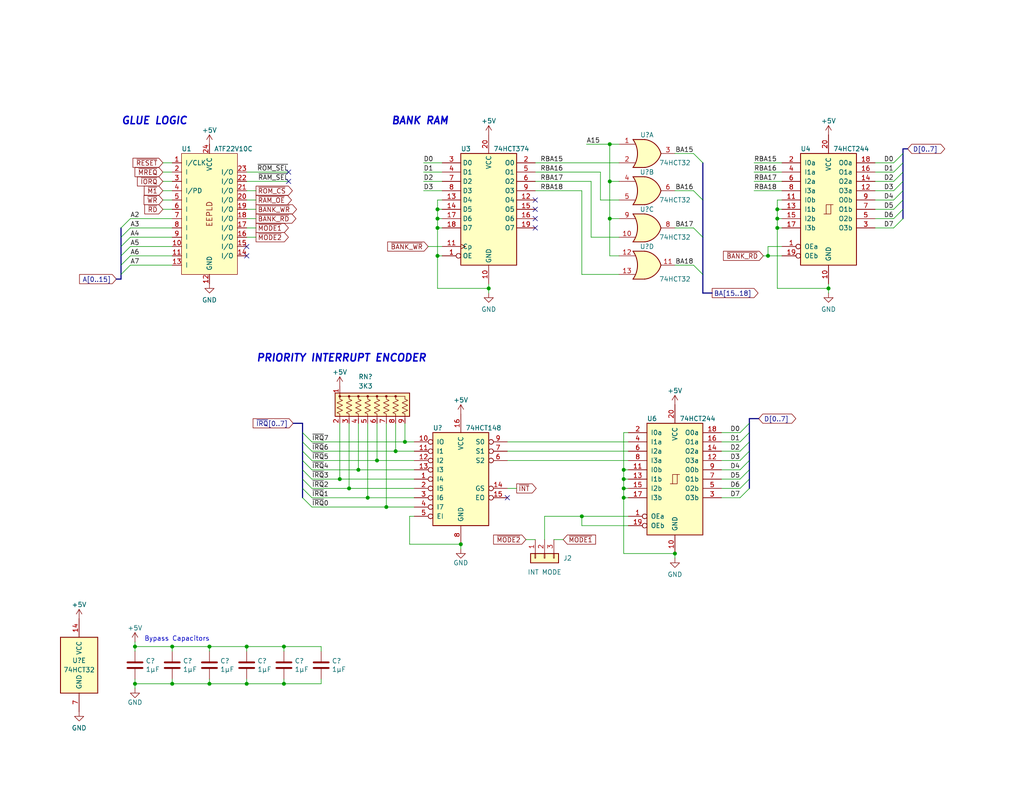
<source format=kicad_sch>
(kicad_sch (version 20230121) (generator eeschema)
  (paper "USLetter")
  (title_block (title "Glue Logic") (date "2023-09-08") (rev "2.12") (company "Frédéric Segard") (comment 1 "@microhobbyist") (comment 4 "Thank you to John Winans for his inspiration, as well as Grant Searle and Sergey Kiselev"))
  (lib_symbols
    (symbol "+5V_1" (power) (pin_names (offset 0))
      (property "Value" "+5V_1" (at 0 3.556 0))
      (symbol "+5V_1_0_1"
        (polyline (pts (xy -0.762 1.27) (xy 0 2.54)))
        (polyline (pts (xy 0 0) (xy 0 2.54)))
        (polyline (pts (xy 0 2.54) (xy 0.762 1.27)))
      )
      (symbol "+5V_1_1_1"
        (pin power_in line (at 0 0 90) (length 0) hide (name "+5V") (number "1"))
      )
    )
    (symbol "0_Library:ATF22V10C" (pin_names (offset 1.016))
      (property "Reference" "U" (at -7.62 0 0))
      (property "Value" "ATF22V10C" (at 1.27 0 0))
      (symbol "ATF22V10C_0_0"
        (text "EEPLD" (at 0 -17.78 900) (effects (font (size 1.4986 1.4986))))
      )
      (symbol "ATF22V10C_0_1"
        (rectangle (start -7.62 -1.27) (end 7.62 -34.29) (fill (type background)))
      )
      (symbol "ATF22V10C_1_1"
        (pin input line (at -10.16 -3.81 0) (length 2.54) (name "I/CLK") (number "1"))
        (pin input line (at -10.16 -26.67 0) (length 2.54) (name "I") (number "10"))
        (pin input line (at -10.16 -29.21 0) (length 2.54) (name "I") (number "11"))
        (pin power_in line (at 0 -36.83 90) (length 2.54) (name "GND") (number "12"))
        (pin input line (at -10.16 -31.75 0) (length 2.54) (name "I") (number "13"))
        (pin bidirectional line (at 10.16 -29.21 180) (length 2.54) (name "I/O") (number "14"))
        (pin bidirectional line (at 10.16 -26.67 180) (length 2.54) (name "I/O") (number "15"))
        (pin bidirectional line (at 10.16 -24.13 180) (length 2.54) (name "I/O") (number "16"))
        (pin bidirectional line (at 10.16 -21.59 180) (length 2.54) (name "I/O") (number "17"))
        (pin bidirectional line (at 10.16 -19.05 180) (length 2.54) (name "I/O") (number "18"))
        (pin bidirectional line (at 10.16 -16.51 180) (length 2.54) (name "I/O") (number "19"))
        (pin input line (at -10.16 -6.35 0) (length 2.54) (name "I") (number "2"))
        (pin bidirectional line (at 10.16 -13.97 180) (length 2.54) (name "I/O") (number "20"))
        (pin bidirectional line (at 10.16 -11.43 180) (length 2.54) (name "I/O") (number "21"))
        (pin bidirectional line (at 10.16 -8.89 180) (length 2.54) (name "I/O") (number "22"))
        (pin bidirectional line (at 10.16 -6.35 180) (length 2.54) (name "I/O") (number "23"))
        (pin power_in line (at 0 1.27 270) (length 2.54) (name "VCC") (number "24"))
        (pin input line (at -10.16 -8.89 0) (length 2.54) (name "I") (number "3"))
        (pin input line (at -10.16 -11.43 0) (length 2.54) (name "I/PD") (number "4"))
        (pin input line (at -10.16 -13.97 0) (length 2.54) (name "I") (number "5"))
        (pin input line (at -10.16 -16.51 0) (length 2.54) (name "I") (number "6"))
        (pin input line (at -10.16 -19.05 0) (length 2.54) (name "I") (number "7"))
        (pin input line (at -10.16 -21.59 0) (length 2.54) (name "I") (number "8"))
        (pin input line (at -10.16 -24.13 0) (length 2.54) (name "I") (number "9"))
      )
    )
    (symbol "74xx:74LS148" (pin_names (offset 1.016))
      (property "Reference" "U" (at -7.62 13.97 0))
      (property "Value" "74LS148" (at -7.62 -13.97 0))
      (symbol "74LS148_1_0"
        (pin input inverted (at -12.7 0 0) (length 5.08) (name "I4") (number "1"))
        (pin input inverted (at -12.7 10.16 0) (length 5.08) (name "IO") (number "10"))
        (pin input inverted (at -12.7 7.62 0) (length 5.08) (name "I1") (number "11"))
        (pin input inverted (at -12.7 5.08 0) (length 5.08) (name "I2") (number "12"))
        (pin input inverted (at -12.7 2.54 0) (length 5.08) (name "I3") (number "13"))
        (pin output inverted (at 12.7 -2.54 180) (length 5.08) (name "GS") (number "14"))
        (pin output inverted (at 12.7 -5.08 180) (length 5.08) (name "EO") (number "15"))
        (pin power_in line (at 0 17.78 270) (length 5.08) (name "VCC") (number "16"))
        (pin input inverted (at -12.7 -2.54 0) (length 5.08) (name "I5") (number "2"))
        (pin input inverted (at -12.7 -5.08 0) (length 5.08) (name "I6") (number "3"))
        (pin input inverted (at -12.7 -7.62 0) (length 5.08) (name "I7") (number "4"))
        (pin input inverted (at -12.7 -10.16 0) (length 5.08) (name "EI") (number "5"))
        (pin output inverted (at 12.7 5.08 180) (length 5.08) (name "S2") (number "6"))
        (pin output inverted (at 12.7 7.62 180) (length 5.08) (name "S1") (number "7"))
        (pin power_in line (at 0 -17.78 90) (length 5.08) (name "GND") (number "8"))
        (pin output inverted (at 12.7 10.16 180) (length 5.08) (name "S0") (number "9"))
      )
      (symbol "74LS148_1_1"
        (rectangle (start -7.62 12.7) (end 7.62 -12.7) (stroke (width 0.254)) (fill (type background)))
      )
    )
    (symbol "74xx:74LS244" (pin_names (offset 1.016))
      (property "Reference" "U" (at -7.62 16.51 0))
      (property "Value" "74LS244" (at -7.62 -16.51 0))
      (symbol "74LS244_1_0"
        (polyline (pts (xy -0.635 -1.27) (xy -0.635 1.27) (xy 0.635 1.27)))
        (polyline (pts (xy -1.27 -1.27) (xy 0.635 -1.27) (xy 0.635 1.27) (xy 1.27 1.27)))
        (pin input inverted (at -12.7 -10.16 0) (length 5.08) (name "OEa") (number "1"))
        (pin power_in line (at 0 -20.32 90) (length 5.08) (name "GND") (number "10"))
        (pin input line (at -12.7 2.54 0) (length 5.08) (name "I0b") (number "11"))
        (pin tri_state line (at 12.7 5.08 180) (length 5.08) (name "O3a") (number "12"))
        (pin input line (at -12.7 0 0) (length 5.08) (name "I1b") (number "13"))
        (pin tri_state line (at 12.7 7.62 180) (length 5.08) (name "O2a") (number "14"))
        (pin input line (at -12.7 -2.54 0) (length 5.08) (name "I2b") (number "15"))
        (pin tri_state line (at 12.7 10.16 180) (length 5.08) (name "O1a") (number "16"))
        (pin input line (at -12.7 -5.08 0) (length 5.08) (name "I3b") (number "17"))
        (pin tri_state line (at 12.7 12.7 180) (length 5.08) (name "O0a") (number "18"))
        (pin input inverted (at -12.7 -12.7 0) (length 5.08) (name "OEb") (number "19"))
        (pin input line (at -12.7 12.7 0) (length 5.08) (name "I0a") (number "2"))
        (pin power_in line (at 0 20.32 270) (length 5.08) (name "VCC") (number "20"))
        (pin tri_state line (at 12.7 -5.08 180) (length 5.08) (name "O3b") (number "3"))
        (pin input line (at -12.7 10.16 0) (length 5.08) (name "I1a") (number "4"))
        (pin tri_state line (at 12.7 -2.54 180) (length 5.08) (name "O2b") (number "5"))
        (pin input line (at -12.7 7.62 0) (length 5.08) (name "I2a") (number "6"))
        (pin tri_state line (at 12.7 0 180) (length 5.08) (name "O1b") (number "7"))
        (pin input line (at -12.7 5.08 0) (length 5.08) (name "I3a") (number "8"))
        (pin tri_state line (at 12.7 2.54 180) (length 5.08) (name "O0b") (number "9"))
      )
      (symbol "74LS244_1_1"
        (rectangle (start -7.62 15.24) (end 7.62 -15.24) (stroke (width 0.254)) (fill (type background)))
      )
    )
    (symbol "74xx:74LS32" (pin_names (offset 1.016))
      (property "Reference" "U" (at 0 1.27 0))
      (property "Value" "74LS32" (at 0 -1.27 0))
      (symbol "74LS32_1_1"
        (arc (start -3.81 -3.81) (mid -2.589 0) (end -3.81 3.81) (stroke (width 0.254)))
        (arc (start -0.6096 -3.81) (mid 2.1842 -2.5851) (end 3.81 0) (stroke (width 0.254)) (fill (type background)))
        (polyline (pts (xy -3.81 -3.81) (xy -0.635 -3.81)) (stroke (width 0.254)) (fill (type background)))
        (polyline (pts (xy -3.81 3.81) (xy -0.635 3.81)) (stroke (width 0.254)) (fill (type background)))
        (polyline (pts (xy -0.635 3.81) (xy -3.81 3.81) (xy -3.81 3.81) (xy -3.556 3.4036) (xy -3.0226 2.2606) (xy -2.6924 1.0414) (xy -2.6162 -0.254) (xy -2.7686 -1.4986) (xy -3.175 -2.7178) (xy -3.81 -3.81) (xy -3.81 -3.81) (xy -0.635 -3.81)) (stroke (width -25.4)) (fill (type background)))
        (arc (start 3.81 0) (mid 2.1915 2.5936) (end -0.6096 3.81) (stroke (width 0.254)) (fill (type background)))
        (pin input line (at -7.62 2.54 0) (length 4.318) (name "~") (number "1"))
        (pin input line (at -7.62 -2.54 0) (length 4.318) (name "~") (number "2"))
        (pin output line (at 7.62 0 180) (length 3.81) (name "~") (number "3"))
      )
      (symbol "74LS32_1_2"
        (arc (start 0 -3.81) (mid 3.7934 0) (end 0 3.81) (stroke (width 0.254)) (fill (type background)))
        (polyline (pts (xy 0 3.81) (xy -3.81 3.81) (xy -3.81 -3.81) (xy 0 -3.81)) (stroke (width 0.254)) (fill (type background)))
        (pin input inverted (at -7.62 2.54 0) (length 3.81) (name "~") (number "1"))
        (pin input inverted (at -7.62 -2.54 0) (length 3.81) (name "~") (number "2"))
        (pin output inverted (at 7.62 0 180) (length 3.81) (name "~") (number "3"))
      )
      (symbol "74LS32_2_1"
        (arc (start -3.81 -3.81) (mid -2.589 0) (end -3.81 3.81) (stroke (width 0.254)))
        (arc (start -0.6096 -3.81) (mid 2.1842 -2.5851) (end 3.81 0) (stroke (width 0.254)) (fill (type background)))
        (polyline (pts (xy -3.81 -3.81) (xy -0.635 -3.81)) (stroke (width 0.254)) (fill (type background)))
        (polyline (pts (xy -3.81 3.81) (xy -0.635 3.81)) (stroke (width 0.254)) (fill (type background)))
        (polyline (pts (xy -0.635 3.81) (xy -3.81 3.81) (xy -3.81 3.81) (xy -3.556 3.4036) (xy -3.0226 2.2606) (xy -2.6924 1.0414) (xy -2.6162 -0.254) (xy -2.7686 -1.4986) (xy -3.175 -2.7178) (xy -3.81 -3.81) (xy -3.81 -3.81) (xy -0.635 -3.81)) (stroke (width -25.4)) (fill (type background)))
        (arc (start 3.81 0) (mid 2.1915 2.5936) (end -0.6096 3.81) (stroke (width 0.254)) (fill (type background)))
        (pin input line (at -7.62 2.54 0) (length 4.318) (name "~") (number "4"))
        (pin input line (at -7.62 -2.54 0) (length 4.318) (name "~") (number "5"))
        (pin output line (at 7.62 0 180) (length 3.81) (name "~") (number "6"))
      )
      (symbol "74LS32_2_2"
        (arc (start 0 -3.81) (mid 3.7934 0) (end 0 3.81) (stroke (width 0.254)) (fill (type background)))
        (polyline (pts (xy 0 3.81) (xy -3.81 3.81) (xy -3.81 -3.81) (xy 0 -3.81)) (stroke (width 0.254)) (fill (type background)))
        (pin input inverted (at -7.62 2.54 0) (length 3.81) (name "~") (number "4"))
        (pin input inverted (at -7.62 -2.54 0) (length 3.81) (name "~") (number "5"))
        (pin output inverted (at 7.62 0 180) (length 3.81) (name "~") (number "6"))
      )
      (symbol "74LS32_3_1"
        (arc (start -3.81 -3.81) (mid -2.589 0) (end -3.81 3.81) (stroke (width 0.254)))
        (arc (start -0.6096 -3.81) (mid 2.1842 -2.5851) (end 3.81 0) (stroke (width 0.254)) (fill (type background)))
        (polyline (pts (xy -3.81 -3.81) (xy -0.635 -3.81)) (stroke (width 0.254)) (fill (type background)))
        (polyline (pts (xy -3.81 3.81) (xy -0.635 3.81)) (stroke (width 0.254)) (fill (type background)))
        (polyline (pts (xy -0.635 3.81) (xy -3.81 3.81) (xy -3.81 3.81) (xy -3.556 3.4036) (xy -3.0226 2.2606) (xy -2.6924 1.0414) (xy -2.6162 -0.254) (xy -2.7686 -1.4986) (xy -3.175 -2.7178) (xy -3.81 -3.81) (xy -3.81 -3.81) (xy -0.635 -3.81)) (stroke (width -25.4)) (fill (type background)))
        (arc (start 3.81 0) (mid 2.1915 2.5936) (end -0.6096 3.81) (stroke (width 0.254)) (fill (type background)))
        (pin input line (at -7.62 -2.54 0) (length 4.318) (name "~") (number "10"))
        (pin output line (at 7.62 0 180) (length 3.81) (name "~") (number "8"))
        (pin input line (at -7.62 2.54 0) (length 4.318) (name "~") (number "9"))
      )
      (symbol "74LS32_3_2"
        (arc (start 0 -3.81) (mid 3.7934 0) (end 0 3.81) (stroke (width 0.254)) (fill (type background)))
        (polyline (pts (xy 0 3.81) (xy -3.81 3.81) (xy -3.81 -3.81) (xy 0 -3.81)) (stroke (width 0.254)) (fill (type background)))
        (pin input inverted (at -7.62 -2.54 0) (length 3.81) (name "~") (number "10"))
        (pin output inverted (at 7.62 0 180) (length 3.81) (name "~") (number "8"))
        (pin input inverted (at -7.62 2.54 0) (length 3.81) (name "~") (number "9"))
      )
      (symbol "74LS32_4_1"
        (arc (start -3.81 -3.81) (mid -2.589 0) (end -3.81 3.81) (stroke (width 0.254)))
        (arc (start -0.6096 -3.81) (mid 2.1842 -2.5851) (end 3.81 0) (stroke (width 0.254)) (fill (type background)))
        (polyline (pts (xy -3.81 -3.81) (xy -0.635 -3.81)) (stroke (width 0.254)) (fill (type background)))
        (polyline (pts (xy -3.81 3.81) (xy -0.635 3.81)) (stroke (width 0.254)) (fill (type background)))
        (polyline (pts (xy -0.635 3.81) (xy -3.81 3.81) (xy -3.81 3.81) (xy -3.556 3.4036) (xy -3.0226 2.2606) (xy -2.6924 1.0414) (xy -2.6162 -0.254) (xy -2.7686 -1.4986) (xy -3.175 -2.7178) (xy -3.81 -3.81) (xy -3.81 -3.81) (xy -0.635 -3.81)) (stroke (width -25.4)) (fill (type background)))
        (arc (start 3.81 0) (mid 2.1915 2.5936) (end -0.6096 3.81) (stroke (width 0.254)) (fill (type background)))
        (pin output line (at 7.62 0 180) (length 3.81) (name "~") (number "11"))
        (pin input line (at -7.62 2.54 0) (length 4.318) (name "~") (number "12"))
        (pin input line (at -7.62 -2.54 0) (length 4.318) (name "~") (number "13"))
      )
      (symbol "74LS32_4_2"
        (arc (start 0 -3.81) (mid 3.7934 0) (end 0 3.81) (stroke (width 0.254)) (fill (type background)))
        (polyline (pts (xy 0 3.81) (xy -3.81 3.81) (xy -3.81 -3.81) (xy 0 -3.81)) (stroke (width 0.254)) (fill (type background)))
        (pin output inverted (at 7.62 0 180) (length 3.81) (name "~") (number "11"))
        (pin input inverted (at -7.62 2.54 0) (length 3.81) (name "~") (number "12"))
        (pin input inverted (at -7.62 -2.54 0) (length 3.81) (name "~") (number "13"))
      )
      (symbol "74LS32_5_0"
        (pin power_in line (at 0 12.7 270) (length 5.08) (name "VCC") (number "14"))
        (pin power_in line (at 0 -12.7 90) (length 5.08) (name "GND") (number "7"))
      )
      (symbol "74LS32_5_1"
        (rectangle (start -5.08 7.62) (end 5.08 -7.62) (stroke (width 0.254)) (fill (type background)))
      )
    )
    (symbol "74xx:74LS374"
      (property "Reference" "U" (at -7.62 16.51 0))
      (property "Value" "74LS374" (at -7.62 -16.51 0))
      (symbol "74LS374_1_0"
        (pin input inverted (at -12.7 -12.7 0) (length 5.08) (name "OE") (number "1"))
        (pin power_in line (at 0 -20.32 90) (length 5.08) (name "GND") (number "10"))
        (pin input clock (at -12.7 -10.16 0) (length 5.08) (name "Cp") (number "11"))
        (pin tri_state line (at 12.7 2.54 180) (length 5.08) (name "O4") (number "12"))
        (pin input line (at -12.7 2.54 0) (length 5.08) (name "D4") (number "13"))
        (pin input line (at -12.7 0 0) (length 5.08) (name "D5") (number "14"))
        (pin tri_state line (at 12.7 0 180) (length 5.08) (name "O5") (number "15"))
        (pin tri_state line (at 12.7 -2.54 180) (length 5.08) (name "O6") (number "16"))
        (pin input line (at -12.7 -2.54 0) (length 5.08) (name "D6") (number "17"))
        (pin input line (at -12.7 -5.08 0) (length 5.08) (name "D7") (number "18"))
        (pin tri_state line (at 12.7 -5.08 180) (length 5.08) (name "O7") (number "19"))
        (pin tri_state line (at 12.7 12.7 180) (length 5.08) (name "O0") (number "2"))
        (pin power_in line (at 0 20.32 270) (length 5.08) (name "VCC") (number "20"))
        (pin input line (at -12.7 12.7 0) (length 5.08) (name "D0") (number "3"))
        (pin input line (at -12.7 10.16 0) (length 5.08) (name "D1") (number "4"))
        (pin tri_state line (at 12.7 10.16 180) (length 5.08) (name "O1") (number "5"))
        (pin tri_state line (at 12.7 7.62 180) (length 5.08) (name "O2") (number "6"))
        (pin input line (at -12.7 7.62 0) (length 5.08) (name "D2") (number "7"))
        (pin input line (at -12.7 5.08 0) (length 5.08) (name "D3") (number "8"))
        (pin tri_state line (at 12.7 5.08 180) (length 5.08) (name "O3") (number "9"))
      )
      (symbol "74LS374_1_1"
        (rectangle (start -7.62 15.24) (end 7.62 -15.24) (stroke (width 0.254)) (fill (type background)))
      )
    )
    (symbol "Connector_Generic:Conn_01x03" (pin_names (offset 1.016) hide)
      (property "Reference" "J" (at 0 5.08 0))
      (property "Value" "Conn_01x03" (at 0 -5.08 0))
      (symbol "Conn_01x03_1_1"
        (rectangle (start -1.27 -2.413) (end 0 -2.667) (stroke (width 0.1524)))
        (rectangle (start -1.27 0.127) (end 0 -0.127) (stroke (width 0.1524)))
        (rectangle (start -1.27 2.667) (end 0 2.413) (stroke (width 0.1524)))
        (rectangle (start -1.27 3.81) (end 1.27 -3.81) (stroke (width 0.254)) (fill (type background)))
        (pin passive line (at -5.08 2.54 0) (length 3.81) (name "Pin_1") (number "1"))
        (pin passive line (at -5.08 0 0) (length 3.81) (name "Pin_2") (number "2"))
        (pin passive line (at -5.08 -2.54 0) (length 3.81) (name "Pin_3") (number "3"))
      )
    )
    (symbol "Device:C" (pin_numbers hide) (pin_names (offset 0.254))
      (property "Reference" "C" (at 0.635 2.54 0))
      (property "Value" "C" (at 0.635 -2.54 0))
      (symbol "C_0_1"
        (polyline (pts (xy -2.032 -0.762) (xy 2.032 -0.762)) (stroke (width 0.508)))
        (polyline (pts (xy -2.032 0.762) (xy 2.032 0.762)) (stroke (width 0.508)))
      )
      (symbol "C_1_1"
        (pin passive line (at 0 3.81 270) (length 2.794) (name "~") (number "1"))
        (pin passive line (at 0 -3.81 90) (length 2.794) (name "~") (number "2"))
      )
    )
    (symbol "Device:R_Network08_US" (pin_names (offset 0) hide)
      (property "Reference" "RN" (at -12.7 0 90))
      (property "Value" "R_Network08_US" (at 10.16 0 90))
      (symbol "R_Network08_US_0_1"
        (rectangle (start -11.43 -3.175) (end 8.89 3.175) (stroke (width 0.254)) (fill (type background)))
        (circle (center -10.16 2.286) (radius 0.254) (fill (type outline)))
        (circle (center -7.62 2.286) (radius 0.254) (fill (type outline)))
        (circle (center -5.08 2.286) (radius 0.254) (fill (type outline)))
        (circle (center -2.54 2.286) (radius 0.254) (fill (type outline)))
        (polyline (pts (xy -10.16 2.286) (xy 7.62 2.286)))
        (polyline (pts (xy -10.16 2.286) (xy -10.16 1.524) (xy -9.398 1.1684) (xy -10.922 0.508) (xy -9.398 -0.1524) (xy -10.922 -0.8382) (xy -9.398 -1.524) (xy -10.922 -2.1844) (xy -10.16 -2.54) (xy -10.16 -3.81)))
        (polyline (pts (xy -7.62 2.286) (xy -7.62 1.524) (xy -6.858 1.1684) (xy -8.382 0.508) (xy -6.858 -0.1524) (xy -8.382 -0.8382) (xy -6.858 -1.524) (xy -8.382 -2.1844) (xy -7.62 -2.54) (xy -7.62 -3.81)))
        (polyline (pts (xy -5.08 2.286) (xy -5.08 1.524) (xy -4.318 1.1684) (xy -5.842 0.508) (xy -4.318 -0.1524) (xy -5.842 -0.8382) (xy -4.318 -1.524) (xy -5.842 -2.1844) (xy -5.08 -2.54) (xy -5.08 -3.81)))
        (polyline (pts (xy -2.54 2.286) (xy -2.54 1.524) (xy -1.778 1.1684) (xy -3.302 0.508) (xy -1.778 -0.1524) (xy -3.302 -0.8382) (xy -1.778 -1.524) (xy -3.302 -2.1844) (xy -2.54 -2.54) (xy -2.54 -3.81)))
        (polyline (pts (xy 0 2.286) (xy 0 1.524) (xy 0.762 1.1684) (xy -0.762 0.508) (xy 0.762 -0.1524) (xy -0.762 -0.8382) (xy 0.762 -1.524) (xy -0.762 -2.1844) (xy 0 -2.54) (xy 0 -3.81)))
        (polyline (pts (xy 2.54 2.286) (xy 2.54 1.524) (xy 3.302 1.1684) (xy 1.778 0.508) (xy 3.302 -0.1524) (xy 1.778 -0.8382) (xy 3.302 -1.524) (xy 1.778 -2.1844) (xy 2.54 -2.54) (xy 2.54 -3.81)))
        (polyline (pts (xy 5.08 2.286) (xy 5.08 1.524) (xy 5.842 1.1684) (xy 4.318 0.508) (xy 5.842 -0.1524) (xy 4.318 -0.8382) (xy 5.842 -1.524) (xy 4.318 -2.1844) (xy 5.08 -2.54) (xy 5.08 -3.81)))
        (polyline (pts (xy 7.62 2.286) (xy 7.62 1.524) (xy 8.382 1.1684) (xy 6.858 0.508) (xy 8.382 -0.1524) (xy 6.858 -0.8382) (xy 8.382 -1.524) (xy 6.858 -2.1844) (xy 7.62 -2.54) (xy 7.62 -3.81)))
        (circle (center 0 2.286) (radius 0.254) (fill (type outline)))
        (circle (center 2.54 2.286) (radius 0.254) (fill (type outline)))
        (circle (center 5.08 2.286) (radius 0.254) (fill (type outline)))
      )
      (symbol "R_Network08_US_1_1"
        (pin passive line (at -10.16 5.08 270) (length 2.54) (name "common") (number "1"))
        (pin passive line (at -10.16 -5.08 90) (length 1.27) (name "R1") (number "2"))
        (pin passive line (at -7.62 -5.08 90) (length 1.27) (name "R2") (number "3"))
        (pin passive line (at -5.08 -5.08 90) (length 1.27) (name "R3") (number "4"))
        (pin passive line (at -2.54 -5.08 90) (length 1.27) (name "R4") (number "5"))
        (pin passive line (at 0 -5.08 90) (length 1.27) (name "R5") (number "6"))
        (pin passive line (at 2.54 -5.08 90) (length 1.27) (name "R6") (number "7"))
        (pin passive line (at 5.08 -5.08 90) (length 1.27) (name "R7") (number "8"))
        (pin passive line (at 7.62 -5.08 90) (length 1.27) (name "R8") (number "9"))
      )
    )
    (symbol "GND_1" (power) (pin_names (offset 0))
      (property "Value" "GND_1" (at 0 -3.81 0))
      (symbol "GND_1_0_1"
        (polyline (pts (xy 0 0) (xy 0 -1.27) (xy 1.27 -1.27) (xy 0 -2.54) (xy -1.27 -1.27) (xy 0 -1.27)))
      )
      (symbol "GND_1_1_1"
        (pin power_in line (at 0 0 270) (length 0) hide (name "GND") (number "1"))
      )
    )
    (symbol "power:GND" (power) (pin_names (offset 0))
      (property "Value" "GND" (at 0 -3.81 0))
      (symbol "GND_0_1"
        (polyline (pts (xy 0 0) (xy 0 -1.27) (xy 1.27 -1.27) (xy 0 -2.54) (xy -1.27 -1.27) (xy 0 -1.27)))
      )
      (symbol "GND_1_1"
        (pin power_in line (at 0 0 270) (length 0) hide (name "GND") (number "1"))
      )
    )
  )
  (junction (at 212.09 57.15))
  (junction (at 100.33 135.89))
  (junction (at 77.47 186.69))
  (junction (at 57.15 176.53))
  (junction (at 212.09 59.69))
  (junction (at 46.99 186.69))
  (junction (at 170.18 130.81))
  (junction (at 57.15 186.69))
  (junction (at 95.25 133.35))
  (junction (at 133.35 78.74))
  (junction (at 67.31 186.69))
  (junction (at 166.37 39.37))
  (junction (at 119.38 69.85))
  (junction (at 119.38 62.23))
  (junction (at 105.41 138.43))
  (junction (at 46.99 176.53))
  (junction (at 158.75 140.97))
  (junction (at 67.31 176.53))
  (junction (at 166.37 49.53))
  (junction (at 36.83 186.69))
  (junction (at 110.49 120.65))
  (junction (at 184.15 151.13))
  (junction (at 170.18 135.89))
  (junction (at 119.38 57.15))
  (junction (at 92.71 130.81))
  (junction (at 125.73 148.59))
  (junction (at 212.09 62.23))
  (junction (at 102.87 125.73))
  (junction (at 170.18 128.27))
  (junction (at 97.79 128.27))
  (junction (at 209.55 69.85))
  (junction (at 166.37 59.69))
  (junction (at 226.06 78.74))
  (junction (at 119.38 59.69))
  (junction (at 77.47 176.53))
  (junction (at 36.83 176.53))
  (junction (at 170.18 133.35))
  (junction (at 107.95 123.19))
  (no_connect (at 146.05 54.61))
  (no_connect (at 146.05 62.23))
  (no_connect (at 78.74 49.53))
  (no_connect (at 67.31 69.85))
  (no_connect (at 78.74 46.99))
  (no_connect (at 146.05 59.69))
  (no_connect (at 67.31 67.31))
  (no_connect (at 146.05 57.15))
  (no_connect (at 138.43 135.89))
  (bus_entry (at 82.55 125.73) (size 2.54 2.54))
  (bus_entry (at 243.84 54.61) (size 2.54 -2.54))
  (bus_entry (at 189.23 62.23) (size 2.54 2.54))
  (bus_entry (at 243.84 62.23) (size 2.54 -2.54))
  (bus_entry (at 33.02 64.77) (size 2.54 -2.54))
  (bus_entry (at 201.93 130.81) (size 2.54 -2.54))
  (bus_entry (at 82.55 133.35) (size 2.54 2.54))
  (bus_entry (at 201.93 133.35) (size 2.54 -2.54))
  (bus_entry (at 243.84 44.45) (size 2.54 -2.54))
  (bus_entry (at 82.55 130.81) (size 2.54 2.54))
  (bus_entry (at 189.23 41.91) (size 2.54 2.54))
  (bus_entry (at 33.02 74.93) (size 2.54 -2.54))
  (bus_entry (at 189.23 72.39) (size 2.54 2.54))
  (bus_entry (at 82.55 120.65) (size 2.54 2.54))
  (bus_entry (at 243.84 46.99) (size 2.54 -2.54))
  (bus_entry (at 82.55 135.89) (size 2.54 2.54))
  (bus_entry (at 82.55 123.19) (size 2.54 2.54))
  (bus_entry (at 201.93 120.65) (size 2.54 -2.54))
  (bus_entry (at 189.23 52.07) (size 2.54 2.54))
  (bus_entry (at 201.93 135.89) (size 2.54 -2.54))
  (bus_entry (at 201.93 125.73) (size 2.54 -2.54))
  (bus_entry (at 243.84 52.07) (size 2.54 -2.54))
  (bus_entry (at 243.84 49.53) (size 2.54 -2.54))
  (bus_entry (at 33.02 69.85) (size 2.54 -2.54))
  (bus_entry (at 82.55 128.27) (size 2.54 2.54))
  (bus_entry (at 33.02 72.39) (size 2.54 -2.54))
  (bus_entry (at 33.02 62.23) (size 2.54 -2.54))
  (bus_entry (at 243.84 57.15) (size 2.54 -2.54))
  (bus_entry (at 201.93 118.11) (size 2.54 -2.54))
  (bus_entry (at 243.84 59.69) (size 2.54 -2.54))
  (bus_entry (at 201.93 123.19) (size 2.54 -2.54))
  (bus_entry (at 82.55 118.11) (size 2.54 2.54))
  (bus_entry (at 201.93 128.27) (size 2.54 -2.54))
  (bus_entry (at 33.02 67.31) (size 2.54 -2.54))
  (wire (pts (xy 161.29 49.53) (xy 161.29 64.77)))
  (wire (pts (xy 57.15 176.53) (xy 46.99 176.53)))
  (wire (pts (xy 209.55 67.31) (xy 213.36 67.31)))
  (wire (pts (xy 119.38 54.61) (xy 120.65 54.61)))
  (wire (pts (xy 146.05 44.45) (xy 168.91 44.45)))
  (wire (pts (xy 170.18 135.89) (xy 171.45 135.89)))
  (bus (pts (xy 82.55 118.11) (xy 82.55 115.57)))
  (wire (pts (xy 111.76 140.97) (xy 111.76 148.59)))
  (bus (pts (xy 246.38 52.07) (xy 246.38 49.53)))
  (bus (pts (xy 33.02 74.93) (xy 33.02 76.2)))
  (wire (pts (xy 67.31 186.69) (xy 77.47 186.69)))
  (wire (pts (xy 35.56 69.85) (xy 46.99 69.85)))
  (bus (pts (xy 246.38 41.91) (xy 246.38 40.64)))
  (wire (pts (xy 171.45 118.11) (xy 170.18 118.11)))
  (wire (pts (xy 67.31 185.42) (xy 67.31 186.69)))
  (wire (pts (xy 212.09 59.69) (xy 213.36 59.69)))
  (wire (pts (xy 158.75 143.51) (xy 171.45 143.51)))
  (wire (pts (xy 243.84 46.99) (xy 238.76 46.99)))
  (wire (pts (xy 125.73 149.86) (xy 125.73 148.59)))
  (wire (pts (xy 107.95 115.57) (xy 107.95 123.19)))
  (wire (pts (xy 133.35 78.74) (xy 133.35 77.47)))
  (bus (pts (xy 191.77 74.93) (xy 191.77 80.01)))
  (wire (pts (xy 166.37 69.85) (xy 168.91 69.85)))
  (wire (pts (xy 102.87 125.73) (xy 113.03 125.73)))
  (bus (pts (xy 191.77 80.01) (xy 194.31 80.01)))
  (wire (pts (xy 196.85 135.89) (xy 201.93 135.89)))
  (wire (pts (xy 196.85 130.81) (xy 201.93 130.81)))
  (wire (pts (xy 171.45 140.97) (xy 158.75 140.97)))
  (bus (pts (xy 82.55 135.89) (xy 82.55 133.35)))
  (wire (pts (xy 119.38 62.23) (xy 119.38 59.69)))
  (wire (pts (xy 46.99 186.69) (xy 57.15 186.69)))
  (wire (pts (xy 44.45 52.07) (xy 46.99 52.07)))
  (bus (pts (xy 204.47 123.19) (xy 204.47 120.65)))
  (bus (pts (xy 33.02 64.77) (xy 33.02 67.31)))
  (wire (pts (xy 184.15 41.91) (xy 189.23 41.91)))
  (wire (pts (xy 212.09 62.23) (xy 213.36 62.23)))
  (wire (pts (xy 133.35 80.01) (xy 133.35 78.74)))
  (bus (pts (xy 246.38 44.45) (xy 246.38 41.91)))
  (wire (pts (xy 138.43 120.65) (xy 171.45 120.65)))
  (wire (pts (xy 209.55 69.85) (xy 209.55 67.31)))
  (wire (pts (xy 85.09 128.27) (xy 97.79 128.27)))
  (wire (pts (xy 170.18 135.89) (xy 170.18 151.13)))
  (bus (pts (xy 33.02 67.31) (xy 33.02 69.85)))
  (wire (pts (xy 196.85 133.35) (xy 201.93 133.35)))
  (wire (pts (xy 100.33 115.57) (xy 100.33 135.89)))
  (wire (pts (xy 107.95 123.19) (xy 113.03 123.19)))
  (wire (pts (xy 184.15 72.39) (xy 189.23 72.39)))
  (wire (pts (xy 226.06 78.74) (xy 226.06 80.01)))
  (wire (pts (xy 119.38 62.23) (xy 120.65 62.23)))
  (bus (pts (xy 204.47 128.27) (xy 204.47 125.73)))
  (wire (pts (xy 36.83 186.69) (xy 46.99 186.69)))
  (wire (pts (xy 115.57 46.99) (xy 120.65 46.99)))
  (wire (pts (xy 170.18 128.27) (xy 170.18 130.81)))
  (wire (pts (xy 85.09 138.43) (xy 105.41 138.43)))
  (wire (pts (xy 243.84 62.23) (xy 238.76 62.23)))
  (wire (pts (xy 115.57 52.07) (xy 120.65 52.07)))
  (wire (pts (xy 44.45 46.99) (xy 46.99 46.99)))
  (wire (pts (xy 238.76 54.61) (xy 243.84 54.61)))
  (wire (pts (xy 69.85 54.61) (xy 67.31 54.61)))
  (wire (pts (xy 138.43 133.35) (xy 140.97 133.35)))
  (bus (pts (xy 33.02 72.39) (xy 33.02 74.93)))
  (bus (pts (xy 246.38 46.99) (xy 246.38 44.45)))
  (wire (pts (xy 116.84 67.31) (xy 120.65 67.31)))
  (wire (pts (xy 92.71 130.81) (xy 113.03 130.81)))
  (bus (pts (xy 191.77 74.93) (xy 191.77 64.77)))
  (wire (pts (xy 196.85 118.11) (xy 201.93 118.11)))
  (wire (pts (xy 69.85 57.15) (xy 67.31 57.15)))
  (wire (pts (xy 36.83 175.26) (xy 36.83 176.53)))
  (wire (pts (xy 205.74 44.45) (xy 213.36 44.45)))
  (bus (pts (xy 82.55 120.65) (xy 82.55 118.11)))
  (bus (pts (xy 82.55 128.27) (xy 82.55 125.73)))
  (bus (pts (xy 246.38 57.15) (xy 246.38 54.61)))
  (wire (pts (xy 212.09 78.74) (xy 212.09 62.23)))
  (wire (pts (xy 168.91 74.93) (xy 158.75 74.93)))
  (wire (pts (xy 44.45 54.61) (xy 46.99 54.61)))
  (bus (pts (xy 204.47 125.73) (xy 204.47 123.19)))
  (wire (pts (xy 196.85 128.27) (xy 201.93 128.27)))
  (bus (pts (xy 246.38 59.69) (xy 246.38 57.15)))
  (wire (pts (xy 92.71 115.57) (xy 92.71 130.81)))
  (wire (pts (xy 36.83 185.42) (xy 36.83 186.69)))
  (wire (pts (xy 170.18 151.13) (xy 184.15 151.13)))
  (wire (pts (xy 166.37 59.69) (xy 168.91 59.69)))
  (wire (pts (xy 46.99 176.53) (xy 36.83 176.53)))
  (wire (pts (xy 163.83 54.61) (xy 168.91 54.61)))
  (wire (pts (xy 85.09 120.65) (xy 110.49 120.65)))
  (wire (pts (xy 166.37 39.37) (xy 166.37 49.53)))
  (wire (pts (xy 160.02 39.37) (xy 166.37 39.37)))
  (wire (pts (xy 243.84 44.45) (xy 238.76 44.45)))
  (wire (pts (xy 166.37 49.53) (xy 168.91 49.53)))
  (wire (pts (xy 110.49 120.65) (xy 113.03 120.65)))
  (wire (pts (xy 170.18 130.81) (xy 170.18 133.35)))
  (bus (pts (xy 82.55 130.81) (xy 82.55 128.27)))
  (bus (pts (xy 204.47 115.57) (xy 204.47 114.3)))
  (wire (pts (xy 158.75 52.07) (xy 146.05 52.07)))
  (wire (pts (xy 46.99 177.8) (xy 46.99 176.53)))
  (wire (pts (xy 67.31 177.8) (xy 67.31 176.53)))
  (bus (pts (xy 204.47 120.65) (xy 204.47 118.11)))
  (wire (pts (xy 146.05 46.99) (xy 163.83 46.99)))
  (wire (pts (xy 35.56 72.39) (xy 46.99 72.39)))
  (wire (pts (xy 85.09 135.89) (xy 100.33 135.89)))
  (wire (pts (xy 146.05 147.32) (xy 143.51 147.32)))
  (wire (pts (xy 138.43 125.73) (xy 171.45 125.73)))
  (wire (pts (xy 102.87 115.57) (xy 102.87 125.73)))
  (wire (pts (xy 184.15 62.23) (xy 189.23 62.23)))
  (wire (pts (xy 77.47 185.42) (xy 77.47 186.69)))
  (bus (pts (xy 204.47 114.3) (xy 207.01 114.3)))
  (wire (pts (xy 205.74 46.99) (xy 213.36 46.99)))
  (wire (pts (xy 163.83 46.99) (xy 163.83 54.61)))
  (wire (pts (xy 85.09 130.81) (xy 92.71 130.81)))
  (wire (pts (xy 44.45 57.15) (xy 46.99 57.15)))
  (bus (pts (xy 246.38 49.53) (xy 246.38 46.99)))
  (wire (pts (xy 119.38 59.69) (xy 120.65 59.69)))
  (wire (pts (xy 77.47 186.69) (xy 87.63 186.69)))
  (wire (pts (xy 36.83 176.53) (xy 36.83 177.8)))
  (wire (pts (xy 212.09 59.69) (xy 212.09 62.23)))
  (wire (pts (xy 212.09 54.61) (xy 212.09 57.15)))
  (wire (pts (xy 67.31 46.99) (xy 78.74 46.99)))
  (bus (pts (xy 82.55 125.73) (xy 82.55 123.19)))
  (wire (pts (xy 87.63 185.42) (xy 87.63 186.69)))
  (wire (pts (xy 133.35 78.74) (xy 119.38 78.74)))
  (wire (pts (xy 115.57 49.53) (xy 120.65 49.53)))
  (bus (pts (xy 82.55 133.35) (xy 82.55 130.81)))
  (wire (pts (xy 119.38 57.15) (xy 119.38 54.61)))
  (wire (pts (xy 46.99 185.42) (xy 46.99 186.69)))
  (wire (pts (xy 205.74 49.53) (xy 213.36 49.53)))
  (wire (pts (xy 166.37 59.69) (xy 166.37 69.85)))
  (wire (pts (xy 209.55 69.85) (xy 213.36 69.85)))
  (wire (pts (xy 166.37 49.53) (xy 166.37 59.69)))
  (wire (pts (xy 44.45 44.45) (xy 46.99 44.45)))
  (wire (pts (xy 111.76 148.59) (xy 125.73 148.59)))
  (wire (pts (xy 161.29 64.77) (xy 168.91 64.77)))
  (wire (pts (xy 213.36 54.61) (xy 212.09 54.61)))
  (wire (pts (xy 57.15 186.69) (xy 67.31 186.69)))
  (wire (pts (xy 151.13 147.32) (xy 153.67 147.32)))
  (wire (pts (xy 212.09 78.74) (xy 226.06 78.74)))
  (wire (pts (xy 85.09 123.19) (xy 107.95 123.19)))
  (wire (pts (xy 35.56 62.23) (xy 46.99 62.23)))
  (wire (pts (xy 148.59 140.97) (xy 158.75 140.97)))
  (wire (pts (xy 69.85 64.77) (xy 67.31 64.77)))
  (wire (pts (xy 205.74 52.07) (xy 213.36 52.07)))
  (wire (pts (xy 97.79 115.57) (xy 97.79 128.27)))
  (wire (pts (xy 67.31 49.53) (xy 78.74 49.53)))
  (bus (pts (xy 204.47 133.35) (xy 204.47 130.81)))
  (wire (pts (xy 69.85 52.07) (xy 67.31 52.07)))
  (wire (pts (xy 243.84 52.07) (xy 238.76 52.07)))
  (wire (pts (xy 170.18 128.27) (xy 171.45 128.27)))
  (wire (pts (xy 57.15 177.8) (xy 57.15 176.53)))
  (wire (pts (xy 36.83 186.69) (xy 36.83 187.96)))
  (wire (pts (xy 119.38 78.74) (xy 119.38 69.85)))
  (bus (pts (xy 82.55 123.19) (xy 82.55 120.65)))
  (wire (pts (xy 77.47 176.53) (xy 87.63 176.53)))
  (bus (pts (xy 191.77 44.45) (xy 191.77 54.61)))
  (wire (pts (xy 158.75 140.97) (xy 158.75 143.51)))
  (wire (pts (xy 85.09 133.35) (xy 95.25 133.35)))
  (wire (pts (xy 85.09 125.73) (xy 102.87 125.73)))
  (wire (pts (xy 57.15 176.53) (xy 67.31 176.53)))
  (wire (pts (xy 57.15 185.42) (xy 57.15 186.69)))
  (wire (pts (xy 77.47 176.53) (xy 67.31 176.53)))
  (wire (pts (xy 95.25 133.35) (xy 113.03 133.35)))
  (wire (pts (xy 212.09 57.15) (xy 213.36 57.15)))
  (bus (pts (xy 204.47 118.11) (xy 204.47 115.57)))
  (wire (pts (xy 95.25 115.57) (xy 95.25 133.35)))
  (wire (pts (xy 196.85 120.65) (xy 201.93 120.65)))
  (wire (pts (xy 226.06 77.47) (xy 226.06 78.74)))
  (wire (pts (xy 69.85 62.23) (xy 67.31 62.23)))
  (wire (pts (xy 87.63 177.8) (xy 87.63 176.53)))
  (wire (pts (xy 148.59 140.97) (xy 148.59 147.32)))
  (wire (pts (xy 105.41 115.57) (xy 105.41 138.43)))
  (wire (pts (xy 69.85 59.69) (xy 67.31 59.69)))
  (wire (pts (xy 184.15 52.07) (xy 189.23 52.07)))
  (wire (pts (xy 212.09 57.15) (xy 212.09 59.69)))
  (wire (pts (xy 208.28 69.85) (xy 209.55 69.85)))
  (bus (pts (xy 191.77 54.61) (xy 191.77 64.77)))
  (wire (pts (xy 158.75 74.93) (xy 158.75 52.07)))
  (wire (pts (xy 170.18 118.11) (xy 170.18 128.27)))
  (bus (pts (xy 246.38 54.61) (xy 246.38 52.07)))
  (wire (pts (xy 196.85 125.73) (xy 201.93 125.73)))
  (wire (pts (xy 166.37 39.37) (xy 168.91 39.37)))
  (wire (pts (xy 105.41 138.43) (xy 113.03 138.43)))
  (bus (pts (xy 80.01 115.57) (xy 82.55 115.57)))
  (wire (pts (xy 170.18 133.35) (xy 171.45 133.35)))
  (wire (pts (xy 170.18 130.81) (xy 171.45 130.81)))
  (wire (pts (xy 146.05 49.53) (xy 161.29 49.53)))
  (wire (pts (xy 113.03 140.97) (xy 111.76 140.97)))
  (wire (pts (xy 35.56 67.31) (xy 46.99 67.31)))
  (wire (pts (xy 184.15 151.13) (xy 184.15 152.4)))
  (wire (pts (xy 35.56 59.69) (xy 46.99 59.69)))
  (wire (pts (xy 100.33 135.89) (xy 113.03 135.89)))
  (wire (pts (xy 119.38 57.15) (xy 120.65 57.15)))
  (bus (pts (xy 31.75 76.2) (xy 33.02 76.2)))
  (wire (pts (xy 44.45 49.53) (xy 46.99 49.53)))
  (wire (pts (xy 170.18 133.35) (xy 170.18 135.89)))
  (wire (pts (xy 138.43 123.19) (xy 171.45 123.19)))
  (wire (pts (xy 97.79 128.27) (xy 113.03 128.27)))
  (wire (pts (xy 119.38 69.85) (xy 119.38 62.23)))
  (wire (pts (xy 110.49 115.57) (xy 110.49 120.65)))
  (wire (pts (xy 119.38 69.85) (xy 120.65 69.85)))
  (wire (pts (xy 243.84 59.69) (xy 238.76 59.69)))
  (wire (pts (xy 243.84 57.15) (xy 238.76 57.15)))
  (wire (pts (xy 115.57 44.45) (xy 120.65 44.45)))
  (bus (pts (xy 204.47 130.81) (xy 204.47 128.27)))
  (bus (pts (xy 33.02 62.23) (xy 33.02 64.77)))
  (wire (pts (xy 196.85 123.19) (xy 201.93 123.19)))
  (bus (pts (xy 246.38 40.64) (xy 247.65 40.64)))
  (bus (pts (xy 33.02 69.85) (xy 33.02 72.39)))
  (wire (pts (xy 35.56 64.77) (xy 46.99 64.77)))
  (wire (pts (xy 119.38 59.69) (xy 119.38 57.15)))
  (wire (pts (xy 77.47 177.8) (xy 77.47 176.53)))
  (wire (pts (xy 243.84 49.53) (xy 238.76 49.53)))
  (text "Bypass Capacitors" (at 39.37 175.26 0) (effects (font (size 1.27 1.27)) (justify left bottom)))
  (text "GLUE LOGIC" (at 33.02 34.29 0) (effects (font (size 2 2) (thickness 0.4) bold italic) (justify left bottom)))
  (text "BANK RAM" (at 106.68 34.29 0) (effects (font (size 2 2) (thickness 0.4) bold italic) (justify left bottom)))
  (text "PRIORITY INTERRUPT ENCODER" (at 69.85 99.06 0) (effects (font (size 2 2) (thickness 0.4) bold italic) (justify left bottom)))
  (label "D2" (at 243.84 49.53 180))
  (label "D1" (at 201.93 120.65 180))
  (label "RBA15" (at 153.67 44.45 180))
  (label "D3" (at 115.57 52.07 0))
  (label "D4" (at 243.84 54.61 180))
  (label "D5" (at 201.93 130.81 180))
  (label "D5" (at 243.84 57.15 180))
  (label "A6" (at 35.56 69.85 0))
  (label "D0" (at 243.84 44.45 180))
  (label "BA17" (at 189.23 62.23 180))
  (label "RBA17" (at 205.74 49.53 0))
  (label "~{ROM_SEL}" (at 78.74 46.99 180))
  (label "D4" (at 201.93 128.27 180))
  (label "~{IRQ}5" (at 85.09 125.73 0))
  (label "~{IRQ}3" (at 85.09 130.81 0))
  (label "RBA15" (at 205.74 44.45 0))
  (label "RBA18" (at 205.74 52.07 0))
  (label "D3" (at 201.93 125.73 180))
  (label "RBA17" (at 153.67 49.53 180))
  (label "~{IRQ}7" (at 85.09 120.65 0))
  (label "A15" (at 160.02 39.37 0))
  (label "~{IRQ}4" (at 85.09 128.27 0))
  (label "~{IRQ}2" (at 85.09 133.35 0))
  (label "A5" (at 35.56 67.31 0))
  (label "A7" (at 35.56 72.39 0))
  (label "A2" (at 35.56 59.69 0))
  (label "D2" (at 115.57 49.53 0))
  (label "D2" (at 201.93 123.19 180))
  (label "~{IRQ}6" (at 85.09 123.19 0))
  (label "~{RAM_SEL}" (at 78.74 49.53 180))
  (label "D3" (at 243.84 52.07 180))
  (label "D6" (at 243.84 59.69 180))
  (label "~{IRQ}1" (at 85.09 135.89 0))
  (label "RBA16" (at 153.67 46.99 180))
  (label "D7" (at 243.84 62.23 180))
  (label "BA16" (at 189.23 52.07 180))
  (label "A3" (at 35.56 62.23 0))
  (label "BA18" (at 189.23 72.39 180))
  (label "D1" (at 115.57 46.99 0))
  (label "A4" (at 35.56 64.77 0))
  (label "D0" (at 201.93 118.11 180))
  (label "D6" (at 201.93 133.35 180))
  (label "D7" (at 201.93 135.89 180))
  (label "~{IRQ}0" (at 85.09 138.43 0))
  (label "RBA16" (at 205.74 46.99 0))
  (label "D1" (at 243.84 46.99 180))
  (label "BA15" (at 189.23 41.91 180))
  (label "RBA18" (at 153.67 52.07 180))
  (label "D0" (at 115.57 44.45 0))
  (global_label "~{MODE1}" (shape input) (at 153.67 147.32 0) (property "Intersheetrefs" "${INTERSHEET_REFS}" (effects hide)))
  (global_label "~{M1}" (shape input) (at 44.45 52.07 180) (property "Intersheetrefs" "${INTERSHEET_REFS}" (effects hide)))
  (global_label "~{IORQ}" (shape input) (at 44.45 49.53 180) (property "Intersheetrefs" "${INTERSHEET_REFS}" (effects hide)))
  (global_label "~{WR}" (shape input) (at 44.45 54.61 180) (property "Intersheetrefs" "${INTERSHEET_REFS}" (effects hide)))
  (global_label "~{BANK_RD}" (shape output) (at 69.85 59.69 0) (property "Intersheetrefs" "${INTERSHEET_REFS}" (effects hide)))
  (global_label "D[0..7]" (shape bidirectional) (at 207.01 114.3 0) (property "Intersheetrefs" "${INTERSHEET_REFS}" (effects hide)))
  (global_label "A[0..15]" (shape input) (at 31.75 76.2 180) (property "Intersheetrefs" "${INTERSHEET_REFS}" (effects hide)))
  (global_label "~{RAM_OE}" (shape output) (at 69.85 54.61 0) (property "Intersheetrefs" "${INTERSHEET_REFS}" (effects hide)))
  (global_label "~{BANK_WR}" (shape input) (at 116.84 67.31 180) (property "Intersheetrefs" "${INTERSHEET_REFS}" (effects hide)))
  (global_label "~{IRQ}[0..7]" (shape input) (at 80.01 115.57 180) (property "Intersheetrefs" "${INTERSHEET_REFS}" (effects hide)))
  (global_label "~{MREQ}" (shape input) (at 44.45 46.99 180) (property "Intersheetrefs" "${INTERSHEET_REFS}" (effects hide)))
  (global_label "~{MODE2}" (shape output) (at 69.85 64.77 0) (property "Intersheetrefs" "${INTERSHEET_REFS}" (effects hide)))
  (global_label "~{RD}" (shape input) (at 44.45 57.15 180) (property "Intersheetrefs" "${INTERSHEET_REFS}" (effects hide)))
  (global_label "~{ROM_CS}" (shape output) (at 69.85 52.07 0) (property "Intersheetrefs" "${INTERSHEET_REFS}" (effects hide)))
  (global_label "~{INT}" (shape output) (at 140.97 133.35 0) (property "Intersheetrefs" "${INTERSHEET_REFS}" (effects hide)))
  (global_label "~{RESET}" (shape input) (at 44.45 44.45 180) (property "Intersheetrefs" "${INTERSHEET_REFS}" (effects hide)))
  (global_label "D[0..7]" (shape bidirectional) (at 247.65 40.64 0) (property "Intersheetrefs" "${INTERSHEET_REFS}" (effects hide)))
  (global_label "~{BANK_WR}" (shape output) (at 69.85 57.15 0) (property "Intersheetrefs" "${INTERSHEET_REFS}" (effects hide)))
  (global_label "~{BANK_RD}" (shape input) (at 208.28 69.85 180) (property "Intersheetrefs" "${INTERSHEET_REFS}" (effects hide)))
  (global_label "BA[15..18]" (shape output) (at 194.31 80.01 0) (property "Intersheetrefs" "${INTERSHEET_REFS}" (effects hide)))
  (global_label "~{MODE2}" (shape input) (at 143.51 147.32 180) (property "Intersheetrefs" "${INTERSHEET_REFS}" (effects hide)))
  (global_label "~{MODE1}" (shape output) (at 69.85 62.23 0) (property "Intersheetrefs" "${INTERSHEET_REFS}" (effects hide)))
  (symbol (lib_name "+5V_1") (lib_id "power:+5V") (at 21.59 168.91 0) (unit 1)
    (property "Reference" "#PWR?" (effects hide))
    (property "Value" "+5V" (at 21.59 165.1 0))
    (instances (project "1 - Main CPU board with basic peripherals (rev5)" (path "" (reference "#PWR?") (unit 1)) (path "" (reference "#PWR?") (unit 1))) (project "2 - CPU and core components (Rev 3)" (path "" (reference "#PWR?") (unit 1)) (path "" (reference "#PWR016") (unit 1))))
  )
  (symbol (lib_name "+5V_1") (lib_id "power:+5V") (at 125.73 113.03 0) (unit 1)
    (property "Reference" "#PWR?" (effects hide))
    (property "Value" "+5V" (at 125.73 109.22 0))
    (instances (project "1 - Main CPU board with basic peripherals (rev4)" (path "" (reference "#PWR?") (unit 1)) (path "" (reference "#PWR?") (unit 1))) (project "2 - CPU and core components (Rev 3)" (path "" (reference "#PWR013") (unit 1))))
  )
  (symbol (lib_id "power:GND") (at 226.06 80.01 0) (unit 1)
    (property "Reference" "#PWR?" (effects hide))
    (property "Value" "GND" (at 226.06 84.4534 0))
    (instances (project "1 - Main CPU board with basic peripherals (rev5)" (path "" (reference "#PWR?") (unit 1))) (project "2 - CPU and core components (Rev 3)" (path "" (reference "#PWR031") (unit 1))))
  )
  (symbol (lib_id "power:GND") (at 133.35 80.01 0) (unit 1)
    (property "Reference" "#PWR?" (effects hide))
    (property "Value" "GND" (at 133.35 84.4534 0))
    (instances (project "1 - Main CPU board with basic peripherals (rev5)" (path "" (reference "#PWR?") (unit 1))) (project "2 - CPU and core components (Rev 3)" (path "" (reference "#PWR09") (unit 1))))
  )
  (symbol (lib_id "74xx:74LS32") (at 176.53 52.07 0) (unit 2)
    (property "Reference" "U?" (at 176.53 46.99 0))
    (property "Value" "74HCT32" (at 184.15 54.61 0))
    (property "Footprint" "Package_DIP:DIP-14_W7.62mm_Socket" (effects hide))
    (property "Datasheet" "http://www.ti.com/lit/gpn/sn74LS32" (effects hide))
    (instances (project "1 - Main CPU board with basic peripherals (rev5)" (path "" (reference "U?") (unit 2))) (project "2 - CPU and core components (Rev 3)" (path "" (reference "U2") (unit 2))))
  )
  (symbol (lib_id "Device:C") (at 67.31 181.61 0) (unit 1)
    (property "Reference" "C?" (at 70.231 180.4416 0) (effects (justify left)))
    (property "Value" "1µF" (at 70.231 182.753 0) (effects (justify left)))
    (property "Footprint" "Capacitor_THT:C_Disc_D3.0mm_W2.0mm_P2.50mm" (effects hide))
    (instances (project "1 - Main CPU board with basic peripherals (rev5)" (path "" (reference "C?") (unit 1)) (path "" (reference "C?") (unit 1))) (project "" (path "" (reference "C?") (unit 1))) (project "2 - CPU and core components (Rev 3)" (path "" (reference "C4") (unit 1))))
  )
  (symbol (lib_name "+5V_1") (lib_id "power:+5V") (at 184.15 110.49 0) (unit 1)
    (property "Reference" "#PWR?" (effects hide))
    (property "Value" "+5V" (at 184.15 106.68 0))
    (instances (project "1 - Main CPU board with basic peripherals (rev5)" (path "" (reference "#PWR?") (unit 1)) (path "" (reference "#PWR?") (unit 1))) (project "2 - CPU and core components (Rev 3)" (path "" (reference "#PWR012") (unit 1))))
  )
  (symbol (lib_id "power:GND") (at 184.15 152.4 0) (unit 1)
    (property "Reference" "#PWR?" (effects hide))
    (property "Value" "GND" (at 184.15 156.8434 0))
    (instances (project "1 - Main CPU board with basic peripherals (rev5)" (path "" (reference "#PWR?") (unit 1))) (project "2 - CPU and core components (Rev 3)" (path "" (reference "#PWR015") (unit 1))))
  )
  (symbol (lib_id "Device:C") (at 36.83 181.61 0) (unit 1)
    (property "Reference" "C?" (at 39.751 180.4416 0) (effects (justify left)))
    (property "Value" "1µF" (at 39.751 182.753 0) (effects (justify left)))
    (property "Footprint" "Capacitor_THT:C_Disc_D3.0mm_W1.6mm_P2.50mm" (effects hide))
    (instances (project "1 - Main CPU board with basic peripherals (rev5)" (path "" (reference "C?") (unit 1)) (path "" (reference "C?") (unit 1))) (project "2 - CPU and memory card with the essential peripherals" (path "" (reference "C?") (unit 1))) (project "3 - Quad Serial card v3" (path "" (reference "C?") (unit 1)) (path "" (reference "C?") (unit 1))) (project "2 - CPU and core components (Rev 3)" (path "" (reference "C1") (unit 1))))
  )
  (symbol (lib_id "74xx:74LS244") (at 184.15 130.81 0) (unit 1)
    (property "Reference" "U6" (at 176.53 114.3 0) (effects (justify left)))
    (property "Value" "74HCT244" (at 185.42 114.3 0) (effects (justify left)))
    (property "Footprint" "Package_DIP:DIP-20_W7.62mm_Socket" (effects hide))
    (property "Datasheet" "http://www.ti.com/lit/ds/symlink/sn74ls244.pdf" (effects hide))
  )
  (symbol (lib_id "Connector_Generic:Conn_01x03") (at 148.59 152.4 90) (mirror x) (unit 1)
    (property "Reference" "J2" (at 153.67 152.4 90) (effects (justify right)))
    (property "Value" "INT MODE" (at 148.59 156.21 90))
    (property "Footprint" "Connector_PinHeader_2.54mm:PinHeader_1x03_P2.54mm_Vertical" (effects hide))
  )
  (symbol (lib_id "0_Library:ATF22V10C") (at 57.15 40.64 0) (unit 1)
    (property "Reference" "U1" (at 49.53 40.64 0) (effects (justify left)))
    (property "Value" "ATF22V10C" (at 58.42 40.64 0) (effects (justify left)))
    (property "Footprint" "Package_DIP:DIP-24_W7.62mm_Socket" (effects hide))
    (property "Datasheet" "http://ww1.microchip.com/downloads/en/DeviceDoc/doc0735.pdf" (effects hide))
  )
  (symbol (lib_id "Device:R_Network08_US") (at 102.87 110.49 0) (unit 1)
    (property "Reference" "RN?" (at 97.79 102.87 0) (effects (justify left)))
    (property "Value" "3K3" (at 97.79 105.41 0) (effects (justify left)))
    (property "Footprint" "Resistor_THT:R_Array_SIP9" (effects hide))
    (property "Datasheet" "http://www.vishay.com/docs/31509/csc.pdf" (effects hide))
    (instances (project "1 - Main CPU board with basic peripherals (rev4)" (path "" (reference "RN?") (unit 1))) (project "2 - CPU and core components (Rev 3)" (path "" (reference "RN1") (unit 1))))
  )
  (symbol (lib_id "74xx:74LS32") (at 176.53 72.39 0) (unit 4)
    (property "Reference" "U?" (at 176.53 67.31 0))
    (property "Value" "74HCT32" (at 184.15 76.2 0))
    (property "Footprint" "Package_DIP:DIP-14_W7.62mm_Socket" (effects hide))
    (property "Datasheet" "http://www.ti.com/lit/gpn/sn74LS32" (effects hide))
    (instances (project "1 - Main CPU board with basic peripherals (rev5)" (path "" (reference "U?") (unit 4))) (project "2 - CPU and core components (Rev 3)" (path "" (reference "U2") (unit 4))))
  )
  (symbol (lib_id "Device:C") (at 57.15 181.61 0) (unit 1)
    (property "Reference" "C?" (at 60.071 180.4416 0) (effects (justify left)))
    (property "Value" "1µF" (at 60.071 182.753 0) (effects (justify left)))
    (property "Footprint" "Capacitor_THT:C_Disc_D3.0mm_W1.6mm_P2.50mm" (effects hide))
    (instances (project "1 - Main CPU board with basic peripherals (rev5)" (path "" (reference "C?") (unit 1)) (path "" (reference "C?") (unit 1))) (project "2 - CPU and memory card with the essential peripherals" (path "" (reference "C?") (unit 1))) (project "3 - Quad Serial card v3" (path "" (reference "C?") (unit 1)) (path "" (reference "C?") (unit 1))) (project "2 - CPU and core components (Rev 3)" (path "" (reference "C3") (unit 1))))
  )
  (symbol (lib_id "74xx:74LS244") (at 226.06 57.15 0) (unit 1)
    (property "Reference" "U4" (at 218.44 40.64 0) (effects (justify left)))
    (property "Value" "74HCT244" (at 227.33 40.64 0) (effects (justify left)))
    (property "Footprint" "Package_DIP:DIP-20_W7.62mm_Socket" (effects hide))
    (property "Datasheet" "http://www.ti.com/lit/ds/symlink/sn74ls244.pdf" (effects hide))
  )
  (symbol (lib_id "Device:C") (at 46.99 181.61 0) (unit 1)
    (property "Reference" "C?" (at 49.911 180.4416 0) (effects (justify left)))
    (property "Value" "1µF" (at 49.911 182.753 0) (effects (justify left)))
    (property "Footprint" "Capacitor_THT:C_Disc_D3.0mm_W1.6mm_P2.50mm" (effects hide))
    (instances (project "1 - Main CPU board with basic peripherals (rev5)" (path "" (reference "C?") (unit 1)) (path "" (reference "C?") (unit 1))) (project "2 - CPU and memory card with the essential peripherals" (path "" (reference "C?") (unit 1))) (project "3 - Quad Serial card v3" (path "" (reference "C?") (unit 1)) (path "" (reference "C?") (unit 1))) (project "2 - CPU and core components (Rev 3)" (path "" (reference "C2") (unit 1))))
  )
  (symbol (lib_id "74xx:74LS32") (at 21.59 181.61 0) (unit 5)
    (property "Reference" "U?" (at 21.59 180.34 0))
    (property "Value" "74HCT32" (at 21.59 182.88 0))
    (property "Footprint" "Package_DIP:DIP-14_W7.62mm_Socket" (effects hide))
    (property "Datasheet" "http://www.ti.com/lit/gpn/sn74LS32" (effects hide))
    (instances (project "1 - Main CPU board with basic peripherals (rev5)" (path "" (reference "U?") (unit 5)) (path "" (reference "U?") (unit 5))) (project "2 - CPU and core components (Rev 3)" (path "" (reference "U?") (unit 5)) (path "" (reference "U2") (unit 5))))
  )
  (symbol (lib_id "74xx:74LS32") (at 176.53 62.23 0) (unit 3)
    (property "Reference" "U?" (at 176.53 57.15 0))
    (property "Value" "74HCT32" (at 184.15 64.77 0))
    (property "Footprint" "Package_DIP:DIP-14_W7.62mm_Socket" (effects hide))
    (property "Datasheet" "http://www.ti.com/lit/gpn/sn74LS32" (effects hide))
    (instances (project "1 - Main CPU board with basic peripherals (rev5)" (path "" (reference "U?") (unit 3))) (project "2 - CPU and core components (Rev 3)" (path "" (reference "U2") (unit 3))))
  )
  (symbol (lib_name "GND_1") (lib_id "power:GND") (at 36.83 187.96 0) (unit 1)
    (property "Reference" "#PWR?" (effects hide))
    (property "Value" "GND" (at 36.83 191.77 0))
    (instances (project "1 - Main CPU board with basic peripherals (rev5)" (path "" (reference "#PWR?") (unit 1)) (path "" (reference "#PWR?") (unit 1))) (project "2 - CPU and memory card with the essential peripherals" (path "" (reference "#PWR?") (unit 1))) (project "3 - Quad Serial card v3" (path "" (reference "#PWR?") (unit 1)) (path "" (reference "#PWR?") (unit 1))) (project "2 - CPU and core components (Rev 3)" (path "" (reference "#PWR018") (unit 1))))
  )
  (symbol (lib_id "power:GND") (at 125.73 149.86 0) (unit 1)
    (property "Reference" "#PWR?" (effects hide))
    (property "Value" "GND" (at 125.73 153.67 0))
    (instances (project "1 - Main CPU board with basic peripherals (rev4)" (path "" (reference "#PWR?") (unit 1)) (path "" (reference "#PWR?") (unit 1))) (project "1 - ATX 16 bit ISA passive backplane" (path "" (reference "#PWR?") (unit 1))) (project "2 - CPU and core components (Rev 3)" (path "" (reference "#PWR014") (unit 1))))
  )
  (symbol (lib_name "+5V_1") (lib_id "power:+5V") (at 36.83 175.26 0) (unit 1)
    (property "Reference" "#PWR?" (effects hide))
    (property "Value" "+5V" (at 36.83 171.45 0))
    (instances (project "1 - Main CPU board with basic peripherals (rev5)" (path "" (reference "#PWR?") (unit 1)) (path "" (reference "#PWR?") (unit 1))) (project "2 - CPU and memory card with the essential peripherals" (path "" (reference "#PWR?") (unit 1))) (project "3 - Quad Serial card v3" (path "" (reference "#PWR?") (unit 1)) (path "" (reference "#PWR?") (unit 1))) (project "2 - CPU and core components (Rev 3)" (path "" (reference "#PWR017") (unit 1))))
  )
  (symbol (lib_id "Device:C") (at 87.63 181.61 0) (unit 1)
    (property "Reference" "C?" (at 90.551 180.4416 0) (effects (justify left)))
    (property "Value" "1µF" (at 90.551 182.753 0) (effects (justify left)))
    (property "Footprint" "Capacitor_THT:C_Disc_D3.0mm_W2.0mm_P2.50mm" (effects hide))
    (instances (project "1 - Main CPU board with basic peripherals (rev5)" (path "" (reference "C?") (unit 1)) (path "" (reference "C?") (unit 1))) (project "" (path "" (reference "C?") (unit 1))) (project "2 - CPU and core components (Rev 3)" (path "" (reference "C6") (unit 1))))
  )
  (symbol (lib_id "74xx:74LS148") (at 125.73 130.81 0) (unit 1)
    (property "Reference" "U?" (at 118.11 116.84 0) (effects (justify left)))
    (property "Value" "74HCT148" (at 127 116.84 0) (effects (justify left)))
    (property "Footprint" "Package_DIP:DIP-16_W7.62mm_Socket" (effects hide))
    (property "Datasheet" "http://www.ti.com/lit/gpn/sn74LS148" (effects hide))
    (instances (project "1 - Main CPU board with basic peripherals (rev4)" (path "" (reference "U?") (unit 1))) (project "2 - CPU and core components (Rev 3)" (path "" (reference "U5") (unit 1))))
  )
  (symbol (lib_name "+5V_1") (lib_id "power:+5V") (at 226.06 36.83 0) (unit 1)
    (property "Reference" "#PWR?" (effects hide))
    (property "Value" "+5V" (at 226.06 33.02 0))
    (instances (project "1 - Main CPU board with basic peripherals (rev5)" (path "" (reference "#PWR?") (unit 1))) (project "2 - CPU and memory card with the essential peripherals" (path "" (reference "#PWR?") (unit 1))) (project "2 - CPU and core components (Rev 3)" (path "" (reference "#PWR06") (unit 1))))
  )
  (symbol (lib_id "74xx:74LS374") (at 133.35 57.15 0) (unit 1)
    (property "Reference" "U3" (at 125.73 40.64 0) (effects (justify left)))
    (property "Value" "74HCT374" (at 134.62 40.64 0) (effects (justify left)))
    (property "Footprint" "Package_DIP:DIP-20_W7.62mm_Socket" (effects hide))
    (property "Datasheet" "http://www.ti.com/lit/gpn/sn74LS374" (effects hide))
  )
  (symbol (lib_name "+5V_1") (lib_id "power:+5V") (at 57.15 39.37 0) (unit 1)
    (property "Reference" "#PWR?" (effects hide))
    (property "Value" "+5V" (at 57.15 35.56 0))
    (instances (project "1 - Main CPU board with basic peripherals (rev5)" (path "" (reference "#PWR?") (unit 1)) (path "" (reference "#PWR?") (unit 1))) (project "2 - CPU and core components (Rev 3)" (path "" (reference "#PWR07") (unit 1))))
  )
  (symbol (lib_id "power:GND") (at 57.15 77.47 0) (unit 1)
    (property "Reference" "#PWR?" (effects hide))
    (property "Value" "GND" (at 57.15 81.9134 0))
    (instances (project "1 - Main CPU board with basic peripherals (rev5)" (path "" (reference "#PWR?") (unit 1))) (project "2 - CPU and core components (Rev 3)" (path "" (reference "#PWR08") (unit 1))))
  )
  (symbol (lib_id "74xx:74LS32") (at 176.53 41.91 0) (unit 1)
    (property "Reference" "U?" (at 176.53 36.83 0))
    (property "Value" "74HCT32" (at 184.15 44.45 0))
    (property "Footprint" "Package_DIP:DIP-14_W7.62mm_Socket" (effects hide))
    (property "Datasheet" "http://www.ti.com/lit/gpn/sn74LS32" (effects hide))
    (instances (project "1 - Main CPU board with basic peripherals (rev5)" (path "" (reference "U?") (unit 1))) (project "2 - CPU and core components (Rev 3)" (path "" (reference "U2") (unit 1))))
  )
  (symbol (lib_id "power:GND") (at 21.59 194.31 0) (unit 1)
    (property "Reference" "#PWR?" (effects hide))
    (property "Value" "GND" (at 21.59 198.7534 0))
    (instances (project "1 - Main CPU board with basic peripherals (rev5)" (path "" (reference "#PWR?") (unit 1)) (path "" (reference "#PWR?") (unit 1))) (project "2 - CPU and core components (Rev 3)" (path "" (reference "#PWR?") (unit 1)) (path "" (reference "#PWR019") (unit 1))))
  )
  (symbol (lib_id "Device:C") (at 77.47 181.61 0) (unit 1)
    (property "Reference" "C?" (at 80.391 180.4416 0) (effects (justify left)))
    (property "Value" "1µF" (at 80.391 182.753 0) (effects (justify left)))
    (property "Footprint" "Capacitor_THT:C_Disc_D3.0mm_W1.6mm_P2.50mm" (effects hide))
    (instances (project "1 - Main CPU board with basic peripherals (rev5)" (path "" (reference "C?") (unit 1)) (path "" (reference "C?") (unit 1))) (project "2 - CPU and memory card with the essential peripherals" (path "" (reference "C?") (unit 1))) (project "3 - Quad Serial card v3" (path "" (reference "C?") (unit 1)) (path "" (reference "C?") (unit 1))) (project "2 - CPU and core components (Rev 3)" (path "" (reference "C5") (unit 1))))
  )
  (symbol (lib_name "+5V_1") (lib_id "power:+5V") (at 92.71 105.41 0) (unit 1)
    (property "Reference" "#PWR?" (effects hide))
    (property "Value" "+5V" (at 92.71 101.6 0))
    (instances (project "1 - Main CPU board with basic peripherals (rev4)" (path "" (reference "#PWR?") (unit 1)) (path "" (reference "#PWR?") (unit 1))) (project "2 - CPU and core components (Rev 3)" (path "" (reference "#PWR011") (unit 1))))
  )
  (symbol (lib_name "+5V_1") (lib_id "power:+5V") (at 133.35 36.83 0) (unit 1)
    (property "Reference" "#PWR?" (effects hide))
    (property "Value" "+5V" (at 133.35 33.02 0))
    (instances (project "1 - Main CPU board with basic peripherals (rev5)" (path "" (reference "#PWR?") (unit 1))) (project "2 - CPU and memory card with the essential peripherals" (path "" (reference "#PWR?") (unit 1))) (project "2 - CPU and core components (Rev 3)" (path "" (reference "#PWR05") (unit 1))))
  )
)
</source>
